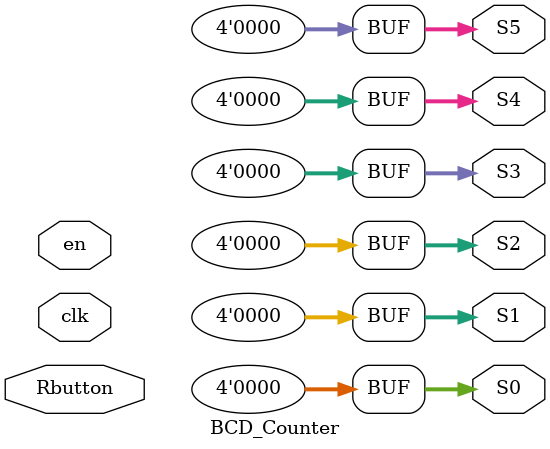
<source format=v>
module BCD_Counter(clk,Rbutton,en,S0,S1,S2,S3,S4,S5);

input clk;
input [1:0]en;

input Rbutton;

output [3:0]S0 = 0;
output [3:0]S1 = 0;
output [3:0]S2 = 0;
output [3:0]S3 = 0;
output [3:0]S4 = 0;
output [3:0]S5 = 0;

reg [3:0]S0;
reg [3:0]S1;
reg [3:0]S2;
reg [3:0]S3;
reg [3:0]S4;
reg [3:0]S5;

always @(posedge clk)
		begin 
			if(en==2'b00 || en==2'b01)
			begin 
				S0 = 0;
				S1 = 0;
				S2 = 0;
				S3 = 0;
				S4 = 0;
				S5 = 0;
			end 
			else if (en==2'b10)
			begin
				if(S0 == 4'b1001)
				begin 
					S0 <= 0;
					if(S1 == 4'b1001)
					begin
						S1 <= 0;
						if(S2 == 4'b1001)
						begin
							S2 <= 0;
							if(S3 == 4'b1001)
							begin
								S3 <= 0;
								if(S4 == 4'b1001)
								begin
									S4 <=0;
									if(S5==4'b1001)
									begin
										S5<=10;
										if(S5== 10)
										begin
											S4<=11;
											if(S4==11);
											begin
												S3<=11;
												if(S3==11)
												begin
													S2<=12;
													if(S2==12)
													begin
														S1<=11;
														if(S1==11)
															S0<=13;
														end 
													end 
												end 
											end
										end 
									else 
										S5<=S5+1;
									end 
								else 
									S4 <= S4+1;
								end 
							else 
								S3<=S3+1;
							end
						else 
							S2<=S2+1;
						end
					else 
						S1 <= S1+1;
					end
				else 
					S0<= S0+1;
					end  
					end
endmodule 

</source>
